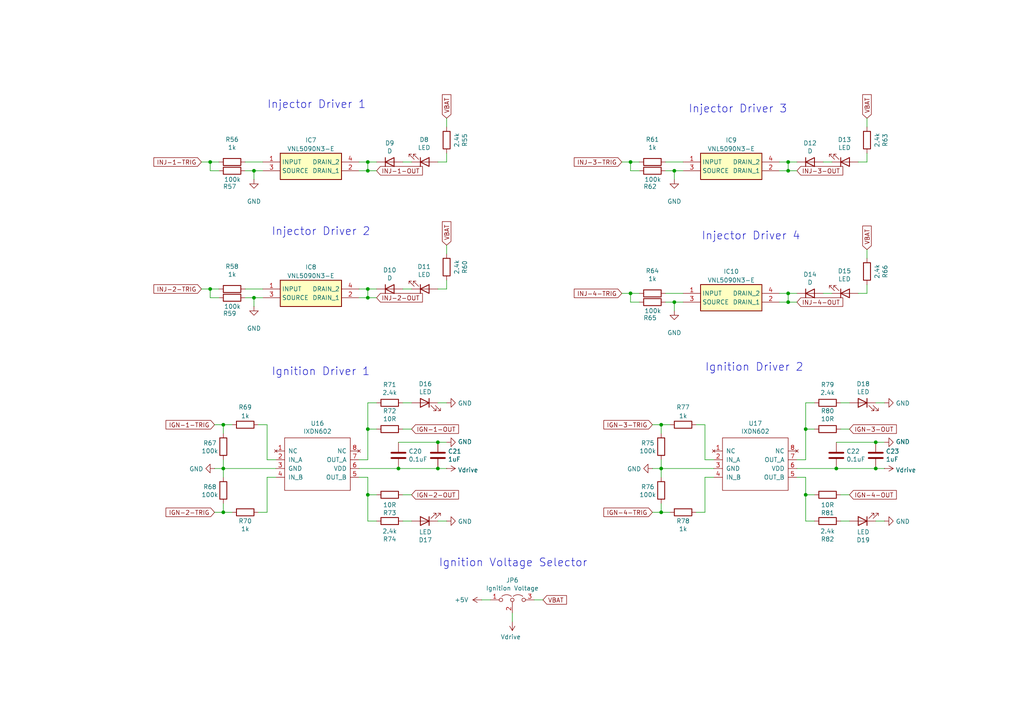
<source format=kicad_sch>
(kicad_sch (version 20250114) (generator "eeschema") (generator_version "9.0")
  (paper "A4")
  (title_block (title "0.4") (date "2021-03-27") (rev "4d") (company "Speeduino"))
  (lib_symbols
    (symbol "Device:C" (pin_numbers (hide yes)) (pin_names (offset 0.254))
      (property "Reference" "C" (at 0.635 2.54 0))
      (property "Value" "C" (at 0.635 -2.54 0))
      (symbol "C_0_1"
        (polyline (pts (xy -2.032 0.762) (xy 2.032 0.762)) (stroke (width 0.508)))
        (polyline (pts (xy -2.032 -0.762) (xy 2.032 -0.762)) (stroke (width 0.508)))
      )
      (symbol "C_1_1"
        (pin passive line (at 0 3.81 270) (length 2.794) (name "~") (number "1"))
        (pin passive line (at 0 -3.81 90) (length 2.794) (name "~") (number "2"))
      )
    )
    (symbol "Device:D" (pin_numbers (hide yes)) (pin_names (offset 1.016) (hide yes))
      (property "Reference" "D" (at 0 2.54 0))
      (property "Value" "D" (at 0 -2.54 0))
      (symbol "D_0_1"
        (polyline (pts (xy -1.27 1.27) (xy -1.27 -1.27)) (stroke (width 0.254)))
        (polyline (pts (xy 1.27 1.27) (xy 1.27 -1.27) (xy -1.27 0) (xy 1.27 1.27)) (stroke (width 0.254)))
        (polyline (pts (xy 1.27 0) (xy -1.27 0)))
      )
      (symbol "D_1_1"
        (pin passive line (at -3.81 0 0) (length 2.54) (name "K") (number "1"))
        (pin passive line (at 3.81 0 180) (length 2.54) (name "A") (number "2"))
      )
    )
    (symbol "Device:LED" (pin_numbers (hide yes)) (pin_names (offset 1.016) (hide yes))
      (property "Reference" "D" (at 0 2.54 0))
      (property "Value" "LED" (at 0 -2.54 0))
      (symbol "LED_0_1"
        (polyline (pts (xy -3.048 -0.762) (xy -4.572 -2.286) (xy -3.81 -2.286) (xy -4.572 -2.286) (xy -4.572 -1.524)))
        (polyline (pts (xy -1.778 -0.762) (xy -3.302 -2.286) (xy -2.54 -2.286) (xy -3.302 -2.286) (xy -3.302 -1.524)))
        (polyline (pts (xy -1.27 0) (xy 1.27 0)))
        (polyline (pts (xy -1.27 -1.27) (xy -1.27 1.27)) (stroke (width 0.254)))
        (polyline (pts (xy 1.27 -1.27) (xy 1.27 1.27) (xy -1.27 0) (xy 1.27 -1.27)) (stroke (width 0.254)))
      )
      (symbol "LED_1_1"
        (pin passive line (at -3.81 0 0) (length 2.54) (name "K") (number "1"))
        (pin passive line (at 3.81 0 180) (length 2.54) (name "A") (number "2"))
      )
    )
    (symbol "Device:R" (pin_numbers (hide yes)) (pin_names (offset 0))
      (property "Reference" "R" (at 2.032 0 90))
      (property "Value" "R" (at 0 0 90))
      (symbol "R_0_1"
        (rectangle (start -1.016 -2.54) (end 1.016 2.54) (stroke (width 0.254)))
      )
      (symbol "R_1_1"
        (pin passive line (at 0 3.81 270) (length 1.27) (name "~") (number "1"))
        (pin passive line (at 0 -3.81 90) (length 1.27) (name "~") (number "2"))
      )
    )
    (symbol "IC_Automotive:TC4424A" (pin_names (offset 1.016))
      (property "Reference" "U" (at -7.62 38.1 0))
      (property "Value" "TC4424A" (at -15.24 38.1 0))
      (symbol "TC4424A_0_1"
        (rectangle (start -25.4 36.83) (end -6.35 21.59))
      )
      (symbol "TC4424A_1_1"
        (pin no_connect line (at -27.94 33.02 0) (length 2.54) (name "NC") (number "1"))
        (pin input line (at -27.94 30.48 0) (length 2.54) (name "IN_A") (number "2"))
        (pin power_in line (at -27.94 27.94 0) (length 2.54) (name "GND") (number "3"))
        (pin input line (at -27.94 25.4 0) (length 2.54) (name "IN_B") (number "4"))
        (pin no_connect line (at -3.81 33.02 180) (length 2.54) (name "NC") (number "8"))
        (pin output line (at -3.81 30.48 180) (length 2.54) (name "OUT_A") (number "7"))
        (pin power_in line (at -3.81 27.94 180) (length 2.54) (name "VDD") (number "6"))
        (pin input line (at -3.81 25.4 180) (length 2.54) (name "OUT_B") (number "5"))
      )
    )
    (symbol "IC_Automotive:VNL5090N3-E"
      (property "Reference" "IC" (at 23.114 7.62 0))
      (property "Value" "VNL5090N3-E" (at 23.114 4.826 0))
      (symbol "VNL5090N3-E_1_1"
        (rectangle (start 5.08 2.54) (end 22.86 -5.08) (stroke (width 0.254)) (fill (type background)))
        (pin passive line (at 0 0 0) (length 5.08) (name "INPUT") (number "1"))
        (pin passive line (at 0 -2.54 0) (length 5.08) (name "SOURCE") (number "3"))
        (pin passive line (at 27.94 0 180) (length 5.08) (name "DRAIN_2") (number "4"))
        (pin passive line (at 27.94 -2.54 180) (length 5.08) (name "DRAIN_1") (number "2"))
      )
    )
    (symbol "Jumper:Jumper_3_Open" (pin_names (offset 0) (hide yes)) (exclude_from_sim yes) (in_bom no)
      (property "Reference" "JP" (at -2.54 -2.54 0))
      (property "Value" "Jumper_3_Open" (at 0 2.794 0))
      (symbol "Jumper_3_Open_0_0"
        (circle (center -3.302 0) (radius 0.508))
        (circle (center 0 0) (radius 0.508))
        (circle (center 3.302 0) (radius 0.508))
      )
      (symbol "Jumper_3_Open_0_1"
        (arc (start -3.048 1.016) (mid -1.651 1.4992) (end -0.254 1.016))
        (polyline (pts (xy 0 -0.508) (xy 0 -1.27)))
        (arc (start 0.254 1.016) (mid 1.651 1.4992) (end 3.048 1.016))
      )
      (symbol "Jumper_3_Open_1_1"
        (pin passive line (at -6.35 0 0) (length 2.54) (name "A") (number "1"))
        (pin passive line (at 0 -3.81 90) (length 2.54) (name "C") (number "2"))
        (pin passive line (at 6.35 0 180) (length 2.54) (name "B") (number "3"))
      )
    )
    (symbol "power:+5V" (power) (pin_numbers (hide yes)) (pin_names (offset 0) (hide yes))
      (property "Value" "+5V" (at 0 3.556 0))
      (symbol "+5V_0_1"
        (polyline (pts (xy -0.762 1.27) (xy 0 2.54)))
        (polyline (pts (xy 0 2.54) (xy 0.762 1.27)))
        (polyline (pts (xy 0 0) (xy 0 2.54)))
      )
      (symbol "+5V_1_1"
        (pin power_in line (at 0 0 90) (length 0) (name "~") (number "1"))
      )
    )
    (symbol "power:GND" (power) (pin_numbers (hide yes)) (pin_names (offset 0) (hide yes))
      (property "Value" "GND" (at 0 -3.81 0))
      (symbol "GND_0_1"
        (polyline (pts (xy 0 0) (xy 0 -1.27) (xy 1.27 -1.27) (xy 0 -2.54) (xy -1.27 -1.27) (xy 0 -1.27)))
      )
      (symbol "GND_1_1"
        (pin power_in line (at 0 0 270) (length 0) (name "~") (number "1"))
      )
    )
    (symbol "power:Vdrive" (power) (pin_numbers (hide yes)) (pin_names (offset 0) (hide yes))
      (property "Value" "Vdrive" (at 0 3.556 0))
      (symbol "Vdrive_0_1"
        (polyline (pts (xy -0.762 1.27) (xy 0 2.54)))
        (polyline (pts (xy 0 2.54) (xy 0.762 1.27)))
        (polyline (pts (xy 0 0) (xy 0 2.54)))
      )
      (symbol "Vdrive_1_1"
        (pin power_in line (at 0 0 90) (length 0) (name "~") (number "1"))
      )
    )
  )
  (text "Ignition Voltage Selector" (at 148.844 163.322 0) (effects (font (size 2.286 2.286))))
  (text "Injector Driver 4" (at 203.454 69.85 0) (effects (font (size 2.286 2.286)) (justify left bottom)))
  (text "Injector Driver 2" (at 78.74 68.58 0) (effects (font (size 2.286 2.286)) (justify left bottom)))
  (text "Ignition Driver 2" (at 204.47 107.95 0) (effects (font (size 2.286 2.286)) (justify left bottom)))
  (text "Injector Driver 1" (at 77.47 31.75 0) (effects (font (size 2.286 2.286)) (justify left bottom)))
  (text "Injector Driver 3" (at 199.644 33.02 0) (effects (font (size 2.286 2.286)) (justify left bottom)))
  (text "Ignition Driver 1" (at 78.74 109.22 0) (effects (font (size 2.286 2.286)) (justify left bottom)))
  (junction (at 73.66 49.53))
  (junction (at 64.77 135.89))
  (junction (at 73.66 86.36))
  (junction (at 233.68 124.46))
  (junction (at 106.68 124.46))
  (junction (at 233.68 143.51))
  (junction (at 254 135.89))
  (junction (at 228.6 49.53))
  (junction (at 228.6 46.99))
  (junction (at 115.57 135.89))
  (junction (at 106.68 46.99))
  (junction (at 60.96 46.99))
  (junction (at 182.88 46.99))
  (junction (at 242.57 135.89))
  (junction (at 191.77 123.19))
  (junction (at 64.77 123.19))
  (junction (at 106.68 49.53))
  (junction (at 254 128.27))
  (junction (at 106.68 143.51))
  (junction (at 106.68 83.82))
  (junction (at 127 135.89))
  (junction (at 60.96 83.82))
  (junction (at 127 128.27))
  (junction (at 228.6 87.63))
  (junction (at 195.58 87.63))
  (junction (at 228.6 85.09))
  (junction (at 106.68 86.36))
  (junction (at 182.88 85.09))
  (junction (at 64.77 148.59))
  (junction (at 195.58 49.53))
  (junction (at 191.77 148.59))
  (junction (at 191.77 135.89))
  (wire (pts (xy 204.47 138.43) (xy 204.47 148.59)))
  (wire (pts (xy 204.47 123.19) (xy 204.47 133.35)))
  (wire (pts (xy 77.47 138.43) (xy 80.01 138.43)))
  (wire (pts (xy 74.93 148.59) (xy 77.47 148.59)))
  (wire (pts (xy 73.66 86.36) (xy 73.66 88.9)))
  (wire (pts (xy 233.68 116.84) (xy 233.68 124.46)))
  (wire (pts (xy 64.77 135.89) (xy 62.23 135.89)))
  (wire (pts (xy 241.3 85.09) (xy 238.76 85.09)))
  (wire (pts (xy 116.84 124.46) (xy 119.38 124.46)))
  (wire (pts (xy 228.6 46.99) (xy 228.6 49.53)))
  (wire (pts (xy 226.06 87.63) (xy 228.6 87.63)))
  (wire (pts (xy 58.42 46.99) (xy 60.96 46.99)))
  (wire (pts (xy 64.77 148.59) (xy 67.31 148.59)))
  (wire (pts (xy 129.54 71.12) (xy 129.54 73.66)))
  (wire (pts (xy 180.34 85.09) (xy 182.88 85.09)))
  (wire (pts (xy 251.46 46.99) (xy 248.92 46.99)))
  (wire (pts (xy 254 128.27) (xy 242.57 128.27)))
  (wire (pts (xy 106.68 116.84) (xy 106.68 124.46)))
  (wire (pts (xy 73.66 49.53) (xy 73.66 52.07)))
  (wire (pts (xy 129.54 44.45) (xy 129.54 46.99)))
  (wire (pts (xy 80.01 135.89) (xy 64.77 135.89)))
  (wire (pts (xy 204.47 133.35) (xy 207.01 133.35)))
  (wire (pts (xy 119.38 46.99) (xy 116.84 46.99)))
  (wire (pts (xy 64.77 123.19) (xy 64.77 125.73)))
  (wire (pts (xy 148.59 180.34) (xy 148.59 177.8)))
  (wire (pts (xy 189.23 148.59) (xy 191.77 148.59)))
  (wire (pts (xy 191.77 135.89) (xy 189.23 135.89)))
  (wire (pts (xy 64.77 146.05) (xy 64.77 148.59)))
  (wire (pts (xy 71.12 46.99) (xy 76.2 46.99)))
  (wire (pts (xy 233.68 133.35) (xy 233.68 124.46)))
  (wire (pts (xy 241.3 46.99) (xy 238.76 46.99)))
  (wire (pts (xy 193.04 85.09) (xy 198.12 85.09)))
  (wire (pts (xy 251.46 34.29) (xy 251.46 36.83)))
  (wire (pts (xy 228.6 85.09) (xy 226.06 85.09)))
  (wire (pts (xy 201.93 148.59) (xy 204.47 148.59)))
  (wire (pts (xy 109.22 46.99) (xy 106.68 46.99)))
  (wire (pts (xy 74.93 123.19) (xy 77.47 123.19)))
  (wire (pts (xy 109.22 143.51) (xy 106.68 143.51)))
  (wire (pts (xy 64.77 123.19) (xy 67.31 123.19)))
  (wire (pts (xy 106.68 46.99) (xy 106.68 49.53)))
  (wire (pts (xy 106.68 138.43) (xy 106.68 143.51)))
  (wire (pts (xy 195.58 87.63) (xy 198.12 87.63)))
  (wire (pts (xy 116.84 143.51) (xy 119.38 143.51)))
  (wire (pts (xy 189.23 123.19) (xy 191.77 123.19)))
  (wire (pts (xy 228.6 46.99) (xy 226.06 46.99)))
  (wire (pts (xy 127 151.13) (xy 129.54 151.13)))
  (wire (pts (xy 104.14 86.36) (xy 106.68 86.36)))
  (wire (pts (xy 129.54 83.82) (xy 127 83.82)))
  (wire (pts (xy 204.47 123.19) (xy 201.93 123.19)))
  (wire (pts (xy 64.77 135.89) (xy 64.77 138.43)))
  (wire (pts (xy 182.88 85.09) (xy 182.88 87.63)))
  (wire (pts (xy 129.54 81.28) (xy 129.54 83.82)))
  (wire (pts (xy 127 128.27) (xy 115.57 128.27)))
  (wire (pts (xy 71.12 83.82) (xy 76.2 83.82)))
  (wire (pts (xy 246.38 151.13) (xy 243.84 151.13)))
  (wire (pts (xy 104.14 138.43) (xy 106.68 138.43)))
  (wire (pts (xy 63.5 49.53) (xy 60.96 49.53)))
  (wire (pts (xy 60.96 46.99) (xy 60.96 49.53)))
  (wire (pts (xy 191.77 133.35) (xy 191.77 135.89)))
  (wire (pts (xy 106.68 116.84) (xy 109.22 116.84)))
  (wire (pts (xy 193.04 49.53) (xy 195.58 49.53)))
  (wire (pts (xy 109.22 124.46) (xy 106.68 124.46)))
  (wire (pts (xy 251.46 72.39) (xy 251.46 74.93)))
  (wire (pts (xy 256.54 128.27) (xy 254 128.27)))
  (wire (pts (xy 58.42 83.82) (xy 60.96 83.82)))
  (wire (pts (xy 115.57 135.89) (xy 104.14 135.89)))
  (wire (pts (xy 233.68 151.13) (xy 233.68 143.51)))
  (wire (pts (xy 242.57 135.89) (xy 231.14 135.89)))
  (wire (pts (xy 243.84 116.84) (xy 246.38 116.84)))
  (wire (pts (xy 106.68 83.82) (xy 106.68 86.36)))
  (wire (pts (xy 254 135.89) (xy 242.57 135.89)))
  (wire (pts (xy 73.66 86.36) (xy 76.2 86.36)))
  (wire (pts (xy 60.96 83.82) (xy 60.96 86.36)))
  (wire (pts (xy 106.68 133.35) (xy 106.68 124.46)))
  (wire (pts (xy 236.22 151.13) (xy 233.68 151.13)))
  (wire (pts (xy 62.23 148.59) (xy 64.77 148.59)))
  (wire (pts (xy 226.06 49.53) (xy 228.6 49.53)))
  (wire (pts (xy 106.68 83.82) (xy 104.14 83.82)))
  (wire (pts (xy 254 116.84) (xy 256.54 116.84)))
  (wire (pts (xy 243.84 143.51) (xy 246.38 143.51)))
  (wire (pts (xy 106.68 46.99) (xy 104.14 46.99)))
  (wire (pts (xy 119.38 151.13) (xy 116.84 151.13)))
  (wire (pts (xy 231.14 138.43) (xy 233.68 138.43)))
  (wire (pts (xy 185.42 87.63) (xy 182.88 87.63)))
  (wire (pts (xy 191.77 148.59) (xy 194.31 148.59)))
  (wire (pts (xy 109.22 151.13) (xy 106.68 151.13)))
  (wire (pts (xy 195.58 49.53) (xy 195.58 52.07)))
  (wire (pts (xy 236.22 124.46) (xy 233.68 124.46)))
  (wire (pts (xy 129.54 46.99) (xy 127 46.99)))
  (wire (pts (xy 104.14 133.35) (xy 106.68 133.35)))
  (wire (pts (xy 71.12 49.53) (xy 73.66 49.53)))
  (wire (pts (xy 60.96 46.99) (xy 63.5 46.99)))
  (wire (pts (xy 142.24 173.99) (xy 139.7 173.99)))
  (wire (pts (xy 195.58 49.53) (xy 198.12 49.53)))
  (wire (pts (xy 129.54 135.89) (xy 127 135.89)))
  (wire (pts (xy 231.14 133.35) (xy 233.68 133.35)))
  (wire (pts (xy 182.88 85.09) (xy 185.42 85.09)))
  (wire (pts (xy 193.04 87.63) (xy 195.58 87.63)))
  (wire (pts (xy 256.54 135.89) (xy 254 135.89)))
  (wire (pts (xy 154.94 173.99) (xy 157.48 173.99)))
  (wire (pts (xy 182.88 46.99) (xy 185.42 46.99)))
  (wire (pts (xy 233.68 138.43) (xy 233.68 143.51)))
  (wire (pts (xy 231.14 87.63) (xy 228.6 87.63)))
  (wire (pts (xy 64.77 133.35) (xy 64.77 135.89)))
  (wire (pts (xy 129.54 128.27) (xy 127 128.27)))
  (wire (pts (xy 127 116.84) (xy 129.54 116.84)))
  (wire (pts (xy 116.84 116.84) (xy 119.38 116.84)))
  (wire (pts (xy 119.38 83.82) (xy 116.84 83.82)))
  (wire (pts (xy 231.14 85.09) (xy 228.6 85.09)))
  (wire (pts (xy 104.14 49.53) (xy 106.68 49.53)))
  (wire (pts (xy 204.47 138.43) (xy 207.01 138.43)))
  (wire (pts (xy 77.47 148.59) (xy 77.47 138.43)))
  (wire (pts (xy 73.66 49.53) (xy 76.2 49.53)))
  (wire (pts (xy 109.22 86.36) (xy 106.68 86.36)))
  (wire (pts (xy 195.58 87.63) (xy 195.58 90.17)))
  (wire (pts (xy 254 151.13) (xy 256.54 151.13)))
  (wire (pts (xy 77.47 133.35) (xy 80.01 133.35)))
  (wire (pts (xy 77.47 123.19) (xy 77.47 133.35)))
  (wire (pts (xy 129.54 34.29) (xy 129.54 36.83)))
  (wire (pts (xy 127 135.89) (xy 115.57 135.89)))
  (wire (pts (xy 63.5 86.36) (xy 60.96 86.36)))
  (wire (pts (xy 62.23 123.19) (xy 64.77 123.19)))
  (wire (pts (xy 193.04 46.99) (xy 198.12 46.99)))
  (wire (pts (xy 109.22 83.82) (xy 106.68 83.82)))
  (wire (pts (xy 251.46 85.09) (xy 248.92 85.09)))
  (wire (pts (xy 60.96 83.82) (xy 63.5 83.82)))
  (wire (pts (xy 71.12 86.36) (xy 73.66 86.36)))
  (wire (pts (xy 185.42 49.53) (xy 182.88 49.53)))
  (wire (pts (xy 207.01 135.89) (xy 191.77 135.89)))
  (wire (pts (xy 191.77 148.59) (xy 191.77 146.05)))
  (wire (pts (xy 106.68 151.13) (xy 106.68 143.51)))
  (wire (pts (xy 191.77 135.89) (xy 191.77 138.43)))
  (wire (pts (xy 109.22 49.53) (xy 106.68 49.53)))
  (wire (pts (xy 231.14 49.53) (xy 228.6 49.53)))
  (wire (pts (xy 191.77 123.19) (xy 194.31 123.19)))
  (wire (pts (xy 251.46 82.55) (xy 251.46 85.09)))
  (wire (pts (xy 180.34 46.99) (xy 182.88 46.99)))
  (wire (pts (xy 236.22 143.51) (xy 233.68 143.51)))
  (wire (pts (xy 231.14 46.99) (xy 228.6 46.99)))
  (wire (pts (xy 251.46 44.45) (xy 251.46 46.99)))
  (wire (pts (xy 233.68 116.84) (xy 236.22 116.84)))
  (wire (pts (xy 243.84 124.46) (xy 246.38 124.46)))
  (wire (pts (xy 182.88 46.99) (xy 182.88 49.53)))
  (wire (pts (xy 228.6 85.09) (xy 228.6 87.63)))
  (wire (pts (xy 191.77 125.73) (xy 191.77 123.19)))
  (global_label "IGN-2-OUT" (shape input) (at 119.38 143.51 0) (property "Intersheetrefs" "${INTERSHEET_REFS}" (effects (hide yes))))
  (global_label "INJ-2-TRIG" (shape input) (at 58.42 83.82 180) (property "Intersheetrefs" "${INTERSHEET_REFS}" (effects (hide yes))))
  (global_label "VBAT" (shape input) (at 129.54 71.12 90) (property "Intersheetrefs" "${INTERSHEET_REFS}" (effects (hide yes))))
  (global_label "VBAT" (shape input) (at 251.46 34.29 90) (property "Intersheetrefs" "${INTERSHEET_REFS}" (effects (hide yes))))
  (global_label "IGN-2-TRIG" (shape input) (at 62.23 148.59 180) (property "Intersheetrefs" "${INTERSHEET_REFS}" (effects (hide yes))))
  (global_label "IGN-3-OUT" (shape input) (at 246.38 124.46 0) (property "Intersheetrefs" "${INTERSHEET_REFS}" (effects (hide yes))))
  (global_label "IGN-1-OUT" (shape input) (at 119.38 124.46 0) (property "Intersheetrefs" "${INTERSHEET_REFS}" (effects (hide yes))))
  (global_label "INJ-3-OUT" (shape input) (at 231.14 49.53 0) (property "Intersheetrefs" "${INTERSHEET_REFS}" (effects (hide yes))))
  (global_label "INJ-2-OUT" (shape input) (at 109.22 86.36 0) (property "Intersheetrefs" "${INTERSHEET_REFS}" (effects (hide yes))))
  (global_label "INJ-3-TRIG" (shape input) (at 180.34 46.99 180) (property "Intersheetrefs" "${INTERSHEET_REFS}" (effects (hide yes))))
  (global_label "IGN-4-TRIG" (shape input) (at 189.23 148.59 180) (property "Intersheetrefs" "${INTERSHEET_REFS}" (effects (hide yes))))
  (global_label "INJ-4-TRIG" (shape input) (at 180.34 85.09 180) (property "Intersheetrefs" "${INTERSHEET_REFS}" (effects (hide yes))))
  (global_label "VBAT" (shape input) (at 251.46 72.39 90) (property "Intersheetrefs" "${INTERSHEET_REFS}" (effects (hide yes))))
  (global_label "INJ-1-OUT" (shape input) (at 109.22 49.53 0) (property "Intersheetrefs" "${INTERSHEET_REFS}" (effects (hide yes))))
  (global_label "VBAT" (shape input) (at 157.48 173.99 0) (property "Intersheetrefs" "${INTERSHEET_REFS}" (effects (hide yes))))
  (global_label "IGN-1-TRIG" (shape input) (at 62.23 123.19 180) (property "Intersheetrefs" "${INTERSHEET_REFS}" (effects (hide yes))))
  (global_label "INJ-1-TRIG" (shape input) (at 58.42 46.99 180) (property "Intersheetrefs" "${INTERSHEET_REFS}" (effects (hide yes))))
  (global_label "IGN-3-TRIG" (shape input) (at 189.23 123.19 180) (property "Intersheetrefs" "${INTERSHEET_REFS}" (effects (hide yes))))
  (global_label "INJ-4-OUT" (shape input) (at 231.14 87.63 0) (property "Intersheetrefs" "${INTERSHEET_REFS}" (effects (hide yes))))
  (global_label "VBAT" (shape input) (at 129.54 34.29 90) (property "Intersheetrefs" "${INTERSHEET_REFS}" (effects (hide yes))))
  (global_label "IGN-4-OUT" (shape input) (at 246.38 143.51 0) (property "Intersheetrefs" "${INTERSHEET_REFS}" (effects (hide yes))))
  (symbol (lib_id "Device:R") (at 67.31 46.99 270) (unit 1)
    (property "Reference" "R56" (at 67.31 40.4622 90))
    (property "Value" "1k" (at 67.31 42.7736 90))
    (property "Footprint" "Resistor_SMD:R_0805_2012Metric" (effects (hide yes)))
    (property "Digikey Part Number" "311-1.00KCRCT-ND" (effects (hide yes)))
    (property "Manufacturer_Name" "Yageo" (effects (hide yes)))
    (property "Manufacturer_Part_Number" "RC0805FR-071KL" (effects (hide yes)))
    (property "URL" "https://www.digikey.com/product-detail/en/yageo/RC0805FR-071KL/311-1.00KCRCT-ND/730391" (effects (hide yes)))
  )
  (symbol (lib_id "Device:R") (at 129.54 40.64 0) (mirror y) (unit 1)
    (property "Reference" "R55" (at 134.7978 40.64 90))
    (property "Value" "2.4k" (at 132.4864 40.64 90))
    (property "Footprint" "Resistor_SMD:R_0805_2012Metric" (effects (hide yes)))
    (property "Digikey Part Number" "311-2.40KCRCT-ND" (effects (hide yes)))
    (property "Manufacturer_Name" "Yageo" (effects (hide yes)))
    (property "Manufacturer_Part_Number" "RC0805FR-072K4L" (effects (hide yes)))
    (property "URL" "https://www.digikey.com/product-detail/en/yageo/RC0805FR-072K4L/311-2.40KCRCT-ND/730637" (effects (hide yes)))
  )
  (symbol (lib_id "Device:LED") (at 123.19 46.99 0) (mirror x) (unit 1)
    (property "Reference" "D8" (at 123.0122 40.513 0))
    (property "Value" "LED" (at 123.0122 42.8244 0))
    (property "Footprint" "LED_SMD:LED_0805_2012Metric" (effects (hide yes)))
    (property "Digikey Part Number" "475-1415-1-ND" (effects (hide yes)))
    (property "Manufacturer_Name" "Osram" (effects (hide yes)))
    (property "Manufacturer_Part_Number" "LH R974-LP-1" (effects (hide yes)))
    (property "URL" "https://www.digikey.com/product-detail/en/osram-opto-semiconductors-inc/LH-R974-LP-1/475-1415-1-ND/1802604" (effects (hide yes)))
  )
  (symbol (lib_id "IC_Automotive:TC4424A") (at 107.95 163.83 0) (unit 1)
    (property "Reference" "U16" (at 92.075 122.809 0))
    (property "Value" "IXDN602" (at 92.075 125.1204 0))
    (property "Footprint" "Package_SO:SOIC-8_3.9x4.9mm_P1.27mm" (effects (hide yes)))
    (property "Digikey Part Number" "212-IXDN602SIACT-ND" (effects (hide yes)))
    (property "Manufacturer_Name" "IXYS" (effects (hide yes)))
    (property "Manufacturer_Part_Number" "IXDN602SIATR" (effects (hide yes)))
    (property "URL" "https://www.digikey.com/en/products/detail/ixys-integrated-circuits-division/IXDN602SIATR/2424695" (effects (hide yes)))
  )
  (symbol (lib_id "Device:R") (at 71.12 123.19 270) (unit 1)
    (property "Reference" "R69" (at 71.12 118.11 90))
    (property "Value" "1k" (at 71.12 120.65 90))
    (property "Footprint" "Resistor_SMD:R_0805_2012Metric" (effects (hide yes)))
    (property "Digikey Part Number" "311-1.00KCRCT-ND" (effects (hide yes)))
    (property "Manufacturer_Name" "Yageo" (effects (hide yes)))
    (property "Manufacturer_Part_Number" "RC0805FR-071KL" (effects (hide yes)))
    (property "URL" "https://www.digikey.com/product-detail/en/yageo/RC0805FR-071KL/311-1.00KCRCT-ND/730391" (effects (hide yes)))
  )
  (symbol (lib_id "Device:R") (at 71.12 148.59 270) (unit 1)
    (property "Reference" "R70" (at 71.12 151.13 90))
    (property "Value" "1k" (at 71.12 153.416 90))
    (property "Footprint" "Resistor_SMD:R_0805_2012Metric" (effects (hide yes)))
    (property "Digikey Part Number" "311-1.00KCRCT-ND" (effects (hide yes)))
    (property "Manufacturer_Name" "Yageo" (effects (hide yes)))
    (property "Manufacturer_Part_Number" "RC0805FR-071KL" (effects (hide yes)))
    (property "URL" "https://www.digikey.com/product-detail/en/yageo/RC0805FR-071KL/311-1.00KCRCT-ND/730391" (effects (hide yes)))
  )
  (symbol (lib_id "Device:R") (at 64.77 129.54 180) (unit 1)
    (property "Reference" "R67" (at 58.928 128.524 0) (effects (justify right)))
    (property "Value" "100k" (at 58.42 130.81 0) (effects (justify right)))
    (property "Footprint" "Resistor_SMD:R_0805_2012Metric" (effects (hide yes)))
    (property "Digikey Part Number" "311-100KCRCT-ND" (effects (hide yes)))
    (property "Manufacturer_Name" "Yageo" (effects (hide yes)))
    (property "Manufacturer_Part_Number" "RC0805FR-07100KL" (effects (hide yes)))
    (property "URL" "https://www.digikey.com/product-detail/en/yageo/RC0805FR-07100KL/311-100KCRCT-ND/730491" (effects (hide yes)))
  )
  (symbol (lib_id "Device:R") (at 64.77 142.24 180) (unit 1)
    (property "Reference" "R68" (at 58.928 141.224 0) (effects (justify right)))
    (property "Value" "100k" (at 58.42 143.51 0) (effects (justify right)))
    (property "Footprint" "Resistor_SMD:R_0805_2012Metric" (effects (hide yes)))
    (property "Digikey Part Number" "311-100KCRCT-ND" (effects (hide yes)))
    (property "Manufacturer_Name" "Yageo" (effects (hide yes)))
    (property "Manufacturer_Part_Number" "RC0805FR-07100KL" (effects (hide yes)))
    (property "URL" "https://www.digikey.com/product-detail/en/yageo/RC0805FR-07100KL/311-100KCRCT-ND/730491" (effects (hide yes)))
  )
  (symbol (lib_id "power:GND") (at 62.23 135.89 270) (unit 1)
    (property "Reference" "#PWR0178" (effects (hide yes)))
    (property "Value" "GND" (at 58.9788 136.017 90) (effects (justify right)))
  )
  (symbol (lib_id "Device:LED") (at 123.19 116.84 0) (mirror y) (unit 1)
    (property "Reference" "D16" (at 123.3678 111.3536 0))
    (property "Value" "LED" (at 123.3678 113.665 0))
    (property "Footprint" "LED_SMD:LED_0805_2012Metric" (effects (hide yes)))
    (property "Digikey Part Number" "475-1415-1-ND" (effects (hide yes)))
    (property "Manufacturer_Name" "Osram" (effects (hide yes)))
    (property "Manufacturer_Part_Number" "LH R974-LP-1" (effects (hide yes)))
    (property "URL" "https://www.digikey.com/product-detail/en/osram-opto-semiconductors-inc/LH-R974-LP-1/475-1415-1-ND/1802604" (effects (hide yes)))
  )
  (symbol (lib_id "power:GND") (at 129.54 116.84 90) (mirror x) (unit 1)
    (property "Reference" "#PWR0183" (effects (hide yes)))
    (property "Value" "GND" (at 132.7912 116.967 90) (effects (justify right)))
  )
  (symbol (lib_id "Device:R") (at 113.03 116.84 270) (unit 1)
    (property "Reference" "R71" (at 113.03 111.5822 90))
    (property "Value" "2.4k" (at 113.03 113.8936 90))
    (property "Footprint" "Resistor_SMD:R_0805_2012Metric" (effects (hide yes)))
    (property "Digikey Part Number" "311-2.40KCRCT-ND" (effects (hide yes)))
    (property "Manufacturer_Name" "Yageo" (effects (hide yes)))
    (property "Manufacturer_Part_Number" "RC0805FR-072K4L" (effects (hide yes)))
    (property "URL" "https://www.digikey.com/product-detail/en/yageo/RC0805FR-072K4L/311-2.40KCRCT-ND/730637" (effects (hide yes)))
  )
  (symbol (lib_id "Device:LED") (at 123.19 151.13 180) (unit 1)
    (property "Reference" "D17" (at 123.3678 156.6164 0))
    (property "Value" "LED" (at 123.3678 154.305 0))
    (property "Footprint" "LED_SMD:LED_0805_2012Metric" (effects (hide yes)))
    (property "Digikey Part Number" "475-1415-1-ND" (effects (hide yes)))
    (property "Manufacturer_Name" "Osram" (effects (hide yes)))
    (property "Manufacturer_Part_Number" "LH R974-LP-1" (effects (hide yes)))
    (property "URL" "https://www.digikey.com/product-detail/en/osram-opto-semiconductors-inc/LH-R974-LP-1/475-1415-1-ND/1802604" (effects (hide yes)))
  )
  (symbol (lib_id "power:GND") (at 129.54 151.13 90) (mirror x) (unit 1)
    (property "Reference" "#PWR0184" (effects (hide yes)))
    (property "Value" "GND" (at 132.7912 151.257 90) (effects (justify right)))
  )
  (symbol (lib_id "Device:R") (at 113.03 151.13 270) (mirror x) (unit 1)
    (property "Reference" "R74" (at 113.03 156.3878 90))
    (property "Value" "2.4k" (at 113.03 154.0764 90))
    (property "Footprint" "Resistor_SMD:R_0805_2012Metric" (effects (hide yes)))
    (property "Digikey Part Number" "311-2.40KCRCT-ND" (effects (hide yes)))
    (property "Manufacturer_Name" "Yageo" (effects (hide yes)))
    (property "Manufacturer_Part_Number" "RC0805FR-072K4L" (effects (hide yes)))
    (property "URL" "https://www.digikey.com/product-detail/en/yageo/RC0805FR-072K4L/311-2.40KCRCT-ND/730637" (effects (hide yes)))
  )
  (symbol (lib_id "Device:D") (at 113.03 46.99 0) (mirror x) (unit 1)
    (property "Reference" "D9" (at 113.03 41.5036 0))
    (property "Value" "D" (at 113.03 43.815 0))
    (property "Footprint" "Diode_SMD:D_SOD-323" (effects (hide yes)))
    (property "Digikey Part Number" "1N4448WXTPMSCT-ND" (effects (hide yes)))
    (property "Manufacturer_Name" "MCC" (effects (hide yes)))
    (property "Manufacturer_Part_Number" "1N4448WX-TP" (effects (hide yes)))
    (property "URL" "https://www.digikey.com/product-detail/en/micro-commercial-co/1N4448WX-TP/1N4448WXTPMSCT-ND/789338" (effects (hide yes)))
  )
  (symbol (lib_id "Jumper:Jumper_3_Open") (at 148.59 173.99 0) (unit 1)
    (property "Reference" "JP6" (at 148.59 168.3004 0))
    (property "Value" "Ignition Voltage" (at 148.59 170.6118 0))
    (property "Footprint" "Jumper:SolderJumper-3_P1.3mm_Open_RoundedPad1.0x1.5mm" (effects (hide yes)))
    (property "Digikey Part Number" "952-2263-ND " (effects (hide yes)))
    (property "Manufacturer_Name" "Harwin Inc" (effects (hide yes)))
    (property "Manufacturer_Part_Number" "M20-9990345" (effects (hide yes)))
    (property "URL" "https://www.digikey.com.au/products/en?keywords=M20-9990345" (effects (hide yes)))
  )
  (symbol (lib_id "power:Vdrive") (at 148.59 180.34 180) (unit 1)
    (property "Reference" "#PWR0179" (effects (hide yes)))
    (property "Value" "Vdrive" (at 148.1328 184.7342 0))
  )
  (symbol (lib_id "power:Vdrive") (at 129.54 135.89 270) (unit 1)
    (property "Reference" "#PWR0182" (effects (hide yes)))
    (property "Value" "Vdrive" (at 132.7912 136.3218 90) (effects (justify left)))
  )
  (symbol (lib_id "Device:C") (at 115.57 132.08 0) (unit 1)
    (property "Reference" "C20" (at 118.491 130.9116 0) (effects (justify left)))
    (property "Value" "0.1uF" (at 118.491 133.223 0) (effects (justify left)))
    (property "Footprint" "Capacitor_SMD:C_0805_2012Metric" (effects (hide yes)))
    (property "Digikey Part Number" "311-1140-1-ND" (effects (hide yes)))
    (property "Manufacturer_Name" "Yageo" (effects (hide yes)))
    (property "Manufacturer_Part_Number" "CC0805KRX7R9BB104" (effects (hide yes)))
    (property "URL" "https://www.digikey.com.au/product-detail/en/yageo/CC0805KRX7R9BB104/311-1140-1-ND/303050" (effects (hide yes)))
  )
  (symbol (lib_id "Device:C") (at 127 132.08 0) (unit 1)
    (property "Reference" "C21" (at 129.921 130.9116 0) (effects (justify left)))
    (property "Value" "1uF" (at 129.921 133.223 0) (effects (justify left)))
    (property "Footprint" "Capacitor_SMD:C_0805_2012Metric" (effects (hide yes)))
    (property "Digikey Part Number" "311-1365-1-ND" (effects (hide yes)))
    (property "Manufacturer_Name" "Yageo" (effects (hide yes)))
    (property "Manufacturer_Part_Number" "CC0805KKX7R7BB105" (effects (hide yes)))
    (property "URL" "https://www.digikey.com/product-detail/en/yageo/CC0805KKX7R7BB105/311-1365-1-ND/2103149" (effects (hide yes)))
  )
  (symbol (lib_id "power:GND") (at 129.54 128.27 90) (unit 1)
    (property "Reference" "#PWR0181" (effects (hide yes)))
    (property "Value" "GND" (at 132.7912 128.143 90) (effects (justify right)))
  )
  (symbol (lib_id "Device:R") (at 113.03 124.46 270) (unit 1)
    (property "Reference" "R72" (at 113.03 119.2022 90))
    (property "Value" "10R" (at 113.03 121.5136 90))
    (property "Footprint" "Resistor_SMD:R_1206_3216Metric" (effects (hide yes)))
    (property "Digikey Part Number" "311-10.0FRCT-ND" (effects (hide yes)))
    (property "Manufacturer_Name" "Yageo" (effects (hide yes)))
    (property "Manufacturer_Part_Number" "RC1206FR-0710RL" (effects (hide yes)))
    (property "URL" "https://www.digikey.com/en/products/detail/yageo/RC1206FR-0710RL/728482" (effects (hide yes)))
  )
  (symbol (lib_id "Device:R") (at 113.03 143.51 270) (mirror x) (unit 1)
    (property "Reference" "R73" (at 113.03 148.7678 90))
    (property "Value" "10R" (at 113.03 146.4564 90))
    (property "Footprint" "Resistor_SMD:R_1206_3216Metric" (effects (hide yes)))
    (property "Digikey Part Number" "311-10.0FRCT-ND" (effects (hide yes)))
    (property "Manufacturer_Name" "Yageo" (effects (hide yes)))
    (property "Manufacturer_Part_Number" "RC1206FR-0710RL" (effects (hide yes)))
    (property "URL" "https://www.digikey.com/en/products/detail/yageo/RC1206FR-0710RL/728482" (effects (hide yes)))
  )
  (symbol (lib_id "power:GND") (at 189.23 135.89 270) (unit 1)
    (property "Reference" "#PWR0191" (effects (hide yes)))
    (property "Value" "GND" (at 185.9788 136.017 90) (effects (justify right)))
  )
  (symbol (lib_id "Device:R") (at 240.03 143.51 270) (mirror x) (unit 1)
    (property "Reference" "R81" (at 240.03 148.7678 90))
    (property "Value" "10R" (at 240.03 146.4564 90))
    (property "Footprint" "Resistor_SMD:R_1206_3216Metric" (effects (hide yes)))
    (property "Digikey Part Number" "311-10.0FRCT-ND" (effects (hide yes)))
    (property "Manufacturer_Name" "Yageo" (effects (hide yes)))
    (property "Manufacturer_Part_Number" "RC1206FR-0710RL" (effects (hide yes)))
    (property "URL" "https://www.digikey.com/en/products/detail/yageo/RC1206FR-0710RL/728482" (effects (hide yes)))
  )
  (symbol (lib_id "Device:R") (at 251.46 40.64 0) (mirror y) (unit 1)
    (property "Reference" "R63" (at 256.7178 40.64 90))
    (property "Value" "2.4k" (at 254.4064 40.64 90))
    (property "Footprint" "Resistor_SMD:R_0805_2012Metric" (effects (hide yes)))
    (property "Digikey Part Number" "311-2.40KCRCT-ND" (effects (hide yes)))
    (property "Manufacturer_Name" "Yageo" (effects (hide yes)))
    (property "Manufacturer_Part_Number" "RC0805FR-072K4L" (effects (hide yes)))
    (property "URL" "https://www.digikey.com/product-detail/en/yageo/RC0805FR-072K4L/311-2.40KCRCT-ND/730637" (effects (hide yes)))
  )
  (symbol (lib_id "IC_Automotive:VNL5090N3-E") (at 76.2 46.99 0) (unit 1)
    (property "Reference" "IC7" (at 90.17 40.64 0))
    (property "Value" "VNL5090N3-E" (at 90.17 43.18 0))
    (property "Footprint" "SOT230P700X180-4N" (effects (hide yes)))
    (property "Datasheet" "https://www.st.com/en/automotive-analog-and-power/vnl5090n3-e.html" (effects (hide yes)))
    (property "Description" "DSE" (effects (hide yes)))
    (property "Height" "1.8" (effects (hide yes)))
    (property "Manufacturer_Name" "STMicroelectronics" (effects (hide yes)))
    (property "Manufacturer_Part_Number" "VNL5090N3-E" (effects (hide yes)))
  )
  (symbol (lib_id "Device:D") (at 234.95 85.09 0) (mirror x) (unit 1)
    (property "Reference" "D14" (at 234.95 79.6036 0))
    (property "Value" "D" (at 234.95 81.915 0))
    (property "Footprint" "Diode_SMD:D_SOD-323" (effects (hide yes)))
    (property "Digikey Part Number" "1N4448WXTPMSCT-ND" (effects (hide yes)))
    (property "Manufacturer_Name" "MCC" (effects (hide yes)))
    (property "Manufacturer_Part_Number" "1N4448WX-TP" (effects (hide yes)))
    (property "URL" "https://www.digikey.com/product-detail/en/micro-commercial-co/1N4448WX-TP/1N4448WXTPMSCT-ND/789338" (effects (hide yes)))
  )
  (symbol (lib_id "Device:R") (at 189.23 46.99 270) (unit 1)
    (property "Reference" "R61" (at 189.23 40.4622 90))
    (property "Value" "1k" (at 189.23 42.7736 90))
    (property "Footprint" "Resistor_SMD:R_0805_2012Metric" (effects (hide yes)))
    (property "Digikey Part Number" "311-1.00KCRCT-ND" (effects (hide yes)))
    (property "Manufacturer_Name" "Yageo" (effects (hide yes)))
    (property "Manufacturer_Part_Number" "RC0805FR-071KL" (effects (hide yes)))
    (property "URL" "https://www.digikey.com/product-detail/en/yageo/RC0805FR-071KL/311-1.00KCRCT-ND/730391" (effects (hide yes)))
  )
  (symbol (lib_id "Device:R") (at 129.54 77.47 0) (mirror y) (unit 1)
    (property "Reference" "R60" (at 134.7978 77.47 90))
    (property "Value" "2.4k" (at 132.4864 77.47 90))
    (property "Footprint" "Resistor_SMD:R_0805_2012Metric" (effects (hide yes)))
    (property "Digikey Part Number" "311-2.40KCRCT-ND" (effects (hide yes)))
    (property "Manufacturer_Name" "Yageo" (effects (hide yes)))
    (property "Manufacturer_Part_Number" "RC0805FR-072K4L" (effects (hide yes)))
    (property "URL" "https://www.digikey.com/product-detail/en/yageo/RC0805FR-072K4L/311-2.40KCRCT-ND/730637" (effects (hide yes)))
  )
  (symbol (lib_id "Device:C") (at 254 132.08 0) (unit 1)
    (property "Reference" "C23" (at 256.921 130.9116 0) (effects (justify left)))
    (property "Value" "1uF" (at 256.921 133.223 0) (effects (justify left)))
    (property "Footprint" "Capacitor_SMD:C_0805_2012Metric" (effects (hide yes)))
    (property "Digikey Part Number" "311-1365-1-ND" (effects (hide yes)))
    (property "Manufacturer_Name" "Yageo" (effects (hide yes)))
    (property "Manufacturer_Part_Number" "CC0805KKX7R7BB105" (effects (hide yes)))
    (property "URL" "https://www.digikey.com/product-detail/en/yageo/CC0805KKX7R7BB105/311-1365-1-ND/2103149" (effects (hide yes)))
  )
  (symbol (lib_id "Device:D") (at 234.95 46.99 0) (mirror x) (unit 1)
    (property "Reference" "D12" (at 234.95 41.5036 0))
    (property "Value" "D" (at 234.95 43.815 0))
    (property "Footprint" "Diode_SMD:D_SOD-323" (effects (hide yes)))
    (property "Digikey Part Number" "1N4448WXTPMSCT-ND" (effects (hide yes)))
    (property "Manufacturer_Name" "MCC" (effects (hide yes)))
    (property "Manufacturer_Part_Number" "1N4448WX-TP" (effects (hide yes)))
    (property "URL" "https://www.digikey.com/product-detail/en/micro-commercial-co/1N4448WX-TP/1N4448WXTPMSCT-ND/789338" (effects (hide yes)))
  )
  (symbol (lib_id "Device:R") (at 189.23 87.63 270) (mirror x) (unit 1)
    (property "Reference" "R65" (at 190.5 92.202 90) (effects (justify right)))
    (property "Value" "100k" (at 191.77 90.17 90) (effects (justify right)))
    (property "Footprint" "Resistor_SMD:R_0805_2012Metric" (effects (hide yes)))
    (property "Digikey Part Number" "311-100KCRCT-ND" (effects (hide yes)))
    (property "Manufacturer_Name" "Yageo" (effects (hide yes)))
    (property "Manufacturer_Part_Number" "RC0805FR-07100KL" (effects (hide yes)))
    (property "URL" "https://www.digikey.com/product-detail/en/yageo/RC0805FR-07100KL/311-100KCRCT-ND/730491" (effects (hide yes)))
  )
  (symbol (lib_id "Device:R") (at 251.46 78.74 0) (mirror y) (unit 1)
    (property "Reference" "R66" (at 256.7178 78.74 90))
    (property "Value" "2.4k" (at 254.4064 78.74 90))
    (property "Footprint" "Resistor_SMD:R_0805_2012Metric" (effects (hide yes)))
    (property "Digikey Part Number" "311-2.40KCRCT-ND" (effects (hide yes)))
    (property "Manufacturer_Name" "Yageo" (effects (hide yes)))
    (property "Manufacturer_Part_Number" "RC0805FR-072K4L" (effects (hide yes)))
    (property "URL" "https://www.digikey.com/product-detail/en/yageo/RC0805FR-072K4L/311-2.40KCRCT-ND/730637" (effects (hide yes)))
  )
  (symbol (lib_id "Device:R") (at 240.03 116.84 270) (unit 1)
    (property "Reference" "R79" (at 240.03 111.5822 90))
    (property "Value" "2.4k" (at 240.03 113.8936 90))
    (property "Footprint" "Resistor_SMD:R_0805_2012Metric" (effects (hide yes)))
    (property "Digikey Part Number" "311-2.40KCRCT-ND" (effects (hide yes)))
    (property "Manufacturer_Name" "Yageo" (effects (hide yes)))
    (property "Manufacturer_Part_Number" "RC0805FR-072K4L" (effects (hide yes)))
    (property "URL" "https://www.digikey.com/product-detail/en/yageo/RC0805FR-072K4L/311-2.40KCRCT-ND/730637" (effects (hide yes)))
  )
  (symbol (lib_id "Device:C") (at 242.57 132.08 0) (unit 1)
    (property "Reference" "C22" (at 245.491 130.9116 0) (effects (justify left)))
    (property "Value" "0.1uF" (at 245.491 133.223 0) (effects (justify left)))
    (property "Footprint" "Capacitor_SMD:C_0805_2012Metric" (effects (hide yes)))
    (property "Digikey Part Number" "311-1140-1-ND" (effects (hide yes)))
    (property "Manufacturer_Name" "Yageo" (effects (hide yes)))
    (property "Manufacturer_Part_Number" "CC0805KRX7R9BB104" (effects (hide yes)))
    (property "URL" "https://www.digikey.com.au/product-detail/en/yageo/CC0805KRX7R9BB104/311-1140-1-ND/303050" (effects (hide yes)))
  )
  (symbol (lib_id "IC_Automotive:VNL5090N3-E") (at 198.12 46.99 0) (unit 1)
    (property "Reference" "IC9" (at 212.09 40.64 0))
    (property "Value" "VNL5090N3-E" (at 212.09 43.18 0))
    (property "Footprint" "SOT230P700X180-4N" (effects (hide yes)))
    (property "Datasheet" "https://www.st.com/en/automotive-analog-and-power/vnl5090n3-e.html" (effects (hide yes)))
    (property "Description" "DSE" (effects (hide yes)))
    (property "Height" "1.8" (effects (hide yes)))
    (property "Manufacturer_Name" "STMicroelectronics" (effects (hide yes)))
    (property "Manufacturer_Part_Number" "VNL5090N3-E" (effects (hide yes)))
  )
  (symbol (lib_id "Device:R") (at 189.23 85.09 270) (unit 1)
    (property "Reference" "R64" (at 189.23 78.5622 90))
    (property "Value" "1k" (at 189.23 80.8736 90))
    (property "Footprint" "Resistor_SMD:R_0805_2012Metric" (effects (hide yes)))
    (property "Digikey Part Number" "311-1.00KCRCT-ND" (effects (hide yes)))
    (property "Manufacturer_Name" "Yageo" (effects (hide yes)))
    (property "Manufacturer_Part_Number" "RC0805FR-071KL" (effects (hide yes)))
    (property "URL" "https://www.digikey.com/product-detail/en/yageo/RC0805FR-071KL/311-1.00KCRCT-ND/730391" (effects (hide yes)))
  )
  (symbol (lib_id "power:GND") (at 73.66 52.07 0) (unit 1)
    (property "Reference" "#PWR036" (effects (hide yes)))
    (property "Value" "GND" (at 73.66 58.42 0))
    (property "Description" "Power symbol creates a global label with name \"GND\" , ground" (effects (hide yes)))
  )
  (symbol (lib_id "Device:LED") (at 250.19 151.13 180) (unit 1)
    (property "Reference" "D19" (at 250.3678 156.6164 0))
    (property "Value" "LED" (at 250.3678 154.305 0))
    (property "Footprint" "LED_SMD:LED_0805_2012Metric" (effects (hide yes)))
    (property "Digikey Part Number" "475-1415-1-ND" (effects (hide yes)))
    (property "Manufacturer_Name" "Osram" (effects (hide yes)))
    (property "Manufacturer_Part_Number" "LH R974-LP-1" (effects (hide yes)))
    (property "URL" "https://www.digikey.com/product-detail/en/osram-opto-semiconductors-inc/LH-R974-LP-1/475-1415-1-ND/1802604" (effects (hide yes)))
  )
  (symbol (lib_id "Device:LED") (at 245.11 46.99 0) (mirror x) (unit 1)
    (property "Reference" "D13" (at 244.9322 40.513 0))
    (property "Value" "LED" (at 244.9322 42.8244 0))
    (property "Footprint" "LED_SMD:LED_0805_2012Metric" (effects (hide yes)))
    (property "Digikey Part Number" "475-1415-1-ND" (effects (hide yes)))
    (property "Manufacturer_Name" "Osram" (effects (hide yes)))
    (property "Manufacturer_Part_Number" "LH R974-LP-1" (effects (hide yes)))
    (property "URL" "https://www.digikey.com/product-detail/en/osram-opto-semiconductors-inc/LH-R974-LP-1/475-1415-1-ND/1802604" (effects (hide yes)))
  )
  (symbol (lib_id "Device:R") (at 191.77 142.24 180) (unit 1)
    (property "Reference" "R76" (at 185.928 141.224 0) (effects (justify right)))
    (property "Value" "100k" (at 185.42 143.51 0) (effects (justify right)))
    (property "Footprint" "Resistor_SMD:R_0805_2012Metric" (effects (hide yes)))
    (property "Digikey Part Number" "311-100KCRCT-ND" (effects (hide yes)))
    (property "Manufacturer_Name" "Yageo" (effects (hide yes)))
    (property "Manufacturer_Part_Number" "RC0805FR-07100KL" (effects (hide yes)))
    (property "URL" "https://www.digikey.com/product-detail/en/yageo/RC0805FR-07100KL/311-100KCRCT-ND/730491" (effects (hide yes)))
  )
  (symbol (lib_id "IC_Automotive:VNL5090N3-E") (at 76.2 83.82 0) (unit 1)
    (property "Reference" "IC8" (at 90.17 77.47 0))
    (property "Value" "VNL5090N3-E" (at 90.17 80.01 0))
    (property "Footprint" "SOT230P700X180-4N" (effects (hide yes)))
    (property "Datasheet" "https://www.st.com/en/automotive-analog-and-power/vnl5090n3-e.html" (effects (hide yes)))
    (property "Description" "DSE" (effects (hide yes)))
    (property "Height" "1.8" (effects (hide yes)))
    (property "Manufacturer_Name" "STMicroelectronics" (effects (hide yes)))
    (property "Manufacturer_Part_Number" "VNL5090N3-E" (effects (hide yes)))
  )
  (symbol (lib_id "Device:R") (at 67.31 86.36 270) (mirror x) (unit 1)
    (property "Reference" "R59" (at 68.58 90.932 90) (effects (justify right)))
    (property "Value" "100k" (at 69.85 88.9 90) (effects (justify right)))
    (property "Footprint" "Resistor_SMD:R_0805_2012Metric" (effects (hide yes)))
    (property "Digikey Part Number" "311-100KCRCT-ND" (effects (hide yes)))
    (property "Manufacturer_Name" "Yageo" (effects (hide yes)))
    (property "Manufacturer_Part_Number" "RC0805FR-07100KL" (effects (hide yes)))
    (property "URL" "https://www.digikey.com/product-detail/en/yageo/RC0805FR-07100KL/311-100KCRCT-ND/730491" (effects (hide yes)))
  )
  (symbol (lib_id "Device:R") (at 198.12 123.19 270) (unit 1)
    (property "Reference" "R77" (at 198.12 118.11 90))
    (property "Value" "1k" (at 198.12 120.65 90))
    (property "Footprint" "Resistor_SMD:R_0805_2012Metric" (effects (hide yes)))
    (property "Digikey Part Number" "311-1.00KCRCT-ND" (effects (hide yes)))
    (property "Manufacturer_Name" "Yageo" (effects (hide yes)))
    (property "Manufacturer_Part_Number" "RC0805FR-071KL" (effects (hide yes)))
    (property "URL" "https://www.digikey.com/product-detail/en/yageo/RC0805FR-071KL/311-1.00KCRCT-ND/730391" (effects (hide yes)))
  )
  (symbol (lib_id "IC_Automotive:VNL5090N3-E") (at 198.12 85.09 0) (unit 1)
    (property "Reference" "IC10" (at 212.09 78.74 0))
    (property "Value" "VNL5090N3-E" (at 212.09 81.28 0))
    (property "Footprint" "SOT230P700X180-4N" (effects (hide yes)))
    (property "Datasheet" "https://www.st.com/en/automotive-analog-and-power/vnl5090n3-e.html" (effects (hide yes)))
    (property "Description" "DSE" (effects (hide yes)))
    (property "Height" "1.8" (effects (hide yes)))
    (property "Manufacturer_Name" "STMicroelectronics" (effects (hide yes)))
    (property "Manufacturer_Part_Number" "VNL5090N3-E" (effects (hide yes)))
  )
  (symbol (lib_id "Device:R") (at 67.31 83.82 270) (unit 1)
    (property "Reference" "R58" (at 67.31 77.2922 90))
    (property "Value" "1k" (at 67.31 79.6036 90))
    (property "Footprint" "Resistor_SMD:R_0805_2012Metric" (effects (hide yes)))
    (property "Digikey Part Number" "311-1.00KCRCT-ND" (effects (hide yes)))
    (property "Manufacturer_Name" "Yageo" (effects (hide yes)))
    (property "Manufacturer_Part_Number" "RC0805FR-071KL" (effects (hide yes)))
    (property "URL" "https://www.digikey.com/product-detail/en/yageo/RC0805FR-071KL/311-1.00KCRCT-ND/730391" (effects (hide yes)))
  )
  (symbol (lib_id "power:GND") (at 256.54 151.13 90) (mirror x) (unit 1)
    (property "Reference" "#PWR0192" (effects (hide yes)))
    (property "Value" "GND" (at 259.7912 151.257 90) (effects (justify right)))
  )
  (symbol (lib_id "power:GND") (at 256.54 128.27 90) (unit 1)
    (property "Reference" "#PWR0193" (effects (hide yes)))
    (property "Value" "GND" (at 259.7912 128.143 90) (effects (justify right)))
  )
  (symbol (lib_id "power:GND") (at 73.66 88.9 0) (unit 1)
    (property "Reference" "#PWR024" (effects (hide yes)))
    (property "Value" "GND" (at 73.66 95.25 0))
    (property "Description" "Power symbol creates a global label with name \"GND\" , ground" (effects (hide yes)))
  )
  (symbol (lib_id "Device:LED") (at 250.19 116.84 0) (mirror y) (unit 1)
    (property "Reference" "D18" (at 250.3678 111.3536 0))
    (property "Value" "LED" (at 250.3678 113.665 0))
    (property "Footprint" "LED_SMD:LED_0805_2012Metric" (effects (hide yes)))
    (property "Digikey Part Number" "475-1415-1-ND" (effects (hide yes)))
    (property "Manufacturer_Name" "Osram" (effects (hide yes)))
    (property "Manufacturer_Part_Number" "LH R974-LP-1" (effects (hide yes)))
    (property "URL" "https://www.digikey.com/product-detail/en/osram-opto-semiconductors-inc/LH-R974-LP-1/475-1415-1-ND/1802604" (effects (hide yes)))
  )
  (symbol (lib_id "power:GND") (at 195.58 90.17 0) (unit 1)
    (property "Reference" "#PWR038" (effects (hide yes)))
    (property "Value" "GND" (at 195.58 96.52 0))
    (property "Description" "Power symbol creates a global label with name \"GND\" , ground" (effects (hide yes)))
  )
  (symbol (lib_id "Device:R") (at 67.31 49.53 270) (mirror x) (unit 1)
    (property "Reference" "R57" (at 68.58 54.102 90) (effects (justify right)))
    (property "Value" "100k" (at 69.85 52.07 90) (effects (justify right)))
    (property "Footprint" "Resistor_SMD:R_0805_2012Metric" (effects (hide yes)))
    (property "Digikey Part Number" "311-100KCRCT-ND" (effects (hide yes)))
    (property "Manufacturer_Name" "Yageo" (effects (hide yes)))
    (property "Manufacturer_Part_Number" "RC0805FR-07100KL" (effects (hide yes)))
    (property "URL" "https://www.digikey.com/product-detail/en/yageo/RC0805FR-07100KL/311-100KCRCT-ND/730491" (effects (hide yes)))
  )
  (symbol (lib_id "Device:R") (at 198.12 148.59 270) (unit 1)
    (property "Reference" "R78" (at 198.12 151.13 90))
    (property "Value" "1k" (at 198.12 153.416 90))
    (property "Footprint" "Resistor_SMD:R_0805_2012Metric" (effects (hide yes)))
    (property "Digikey Part Number" "311-1.00KCRCT-ND" (effects (hide yes)))
    (property "Manufacturer_Name" "Yageo" (effects (hide yes)))
    (property "Manufacturer_Part_Number" "RC0805FR-071KL" (effects (hide yes)))
    (property "URL" "https://www.digikey.com/product-detail/en/yageo/RC0805FR-071KL/311-1.00KCRCT-ND/730391" (effects (hide yes)))
  )
  (symbol (lib_id "Device:R") (at 240.03 124.46 270) (unit 1)
    (property "Reference" "R80" (at 240.03 119.2022 90))
    (property "Value" "10R" (at 240.03 121.5136 90))
    (property "Footprint" "Resistor_SMD:R_1206_3216Metric" (effects (hide yes)))
    (property "Digikey Part Number" "311-10.0FRCT-ND" (effects (hide yes)))
    (property "Manufacturer_Name" "Yageo" (effects (hide yes)))
    (property "Manufacturer_Part_Number" "RC1206FR-0710RL" (effects (hide yes)))
    (property "URL" "https://www.digikey.com/en/products/detail/yageo/RC1206FR-0710RL/728482" (effects (hide yes)))
  )
  (symbol (lib_id "IC_Automotive:TC4424A") (at 234.95 163.83 0) (unit 1)
    (property "Reference" "U17" (at 219.075 122.809 0))
    (property "Value" "IXDN602" (at 219.075 125.1204 0))
    (property "Footprint" "Package_SO:SOIC-8_3.9x4.9mm_P1.27mm" (effects (hide yes)))
    (property "Digikey Part Number" "212-IXDN602SIACT-ND" (effects (hide yes)))
    (property "Manufacturer_Name" "IXYS" (effects (hide yes)))
    (property "Manufacturer_Part_Number" "IXDN602SIATR" (effects (hide yes)))
    (property "URL" "https://www.digikey.com/en/products/detail/ixys-integrated-circuits-division/IXDN602SIATR/2424695" (effects (hide yes)))
  )
  (symbol (lib_id "Device:R") (at 240.03 151.13 270) (mirror x) (unit 1)
    (property "Reference" "R82" (at 240.03 156.3878 90))
    (property "Value" "2.4k" (at 240.03 154.0764 90))
    (property "Footprint" "Resistor_SMD:R_0805_2012Metric" (effects (hide yes)))
    (property "Digikey Part Number" "311-2.40KCRCT-ND" (effects (hide yes)))
    (property "Manufacturer_Name" "Yageo" (effects (hide yes)))
    (property "Manufacturer_Part_Number" "RC0805FR-072K4L" (effects (hide yes)))
    (property "URL" "https://www.digikey.com/product-detail/en/yageo/RC0805FR-072K4L/311-2.40KCRCT-ND/730637" (effects (hide yes)))
  )
  (symbol (lib_id "power:Vdrive") (at 256.54 135.89 270) (unit 1)
    (property "Reference" "#PWR0194" (effects (hide yes)))
    (property "Value" "Vdrive" (at 259.7912 136.3218 90) (effects (justify left)))
  )
  (symbol (lib_id "Device:D") (at 113.03 83.82 0) (mirror x) (unit 1)
    (property "Reference" "D10" (at 113.03 78.3336 0))
    (property "Value" "D" (at 113.03 80.645 0))
    (property "Footprint" "Diode_SMD:D_SOD-323" (effects (hide yes)))
    (property "Digikey Part Number" "1N4448WXTPMSCT-ND" (effects (hide yes)))
    (property "Manufacturer_Name" "MCC" (effects (hide yes)))
    (property "Manufacturer_Part_Number" "1N4448WX-TP" (effects (hide yes)))
    (property "URL" "https://www.digikey.com/product-detail/en/micro-commercial-co/1N4448WX-TP/1N4448WXTPMSCT-ND/789338" (effects (hide yes)))
  )
  (symbol (lib_id "Device:R") (at 191.77 129.54 180) (unit 1)
    (property "Reference" "R75" (at 185.928 128.524 0) (effects (justify right)))
    (property "Value" "100k" (at 185.42 130.81 0) (effects (justify right)))
    (property "Footprint" "Resistor_SMD:R_0805_2012Metric" (effects (hide yes)))
    (property "Digikey Part Number" "311-100KCRCT-ND" (effects (hide yes)))
    (property "Manufacturer_Name" "Yageo" (effects (hide yes)))
    (property "Manufacturer_Part_Number" "RC0805FR-07100KL" (effects (hide yes)))
    (property "URL" "https://www.digikey.com/product-detail/en/yageo/RC0805FR-07100KL/311-100KCRCT-ND/730491" (effects (hide yes)))
  )
  (symbol (lib_id "power:GND") (at 256.54 116.84 90) (mirror x) (unit 1)
    (property "Reference" "#PWR0195" (effects (hide yes)))
    (property "Value" "GND" (at 259.7912 116.967 90) (effects (justify right)))
  )
  (symbol (lib_id "Device:LED") (at 245.11 85.09 0) (mirror x) (unit 1)
    (property "Reference" "D15" (at 244.9322 78.613 0))
    (property "Value" "LED" (at 244.9322 80.9244 0))
    (property "Footprint" "LED_SMD:LED_0805_2012Metric" (effects (hide yes)))
    (property "Digikey Part Number" "475-1415-1-ND" (effects (hide yes)))
    (property "Manufacturer_Name" "Osram" (effects (hide yes)))
    (property "Manufacturer_Part_Number" "LH R974-LP-1" (effects (hide yes)))
    (property "URL" "https://www.digikey.com/product-detail/en/osram-opto-semiconductors-inc/LH-R974-LP-1/475-1415-1-ND/1802604" (effects (hide yes)))
  )
  (symbol (lib_id "power:GND") (at 195.58 52.07 0) (unit 1)
    (property "Reference" "#PWR026" (effects (hide yes)))
    (property "Value" "GND" (at 195.58 58.42 0))
    (property "Description" "Power symbol creates a global label with name \"GND\" , ground" (effects (hide yes)))
  )
  (symbol (lib_id "Device:R") (at 189.23 49.53 270) (mirror x) (unit 1)
    (property "Reference" "R62" (at 190.5 54.102 90) (effects (justify right)))
    (property "Value" "100k" (at 191.77 52.07 90) (effects (justify right)))
    (property "Footprint" "Resistor_SMD:R_0805_2012Metric" (effects (hide yes)))
    (property "Digikey Part Number" "311-100KCRCT-ND" (effects (hide yes)))
    (property "Manufacturer_Name" "Yageo" (effects (hide yes)))
    (property "Manufacturer_Part_Number" "RC0805FR-07100KL" (effects (hide yes)))
    (property "URL" "https://www.digikey.com/product-detail/en/yageo/RC0805FR-07100KL/311-100KCRCT-ND/730491" (effects (hide yes)))
  )
  (symbol (lib_id "Device:LED") (at 123.19 83.82 0) (mirror x) (unit 1)
    (property "Reference" "D11" (at 123.0122 77.343 0))
    (property "Value" "LED" (at 123.0122 79.6544 0))
    (property "Footprint" "LED_SMD:LED_0805_2012Metric" (effects (hide yes)))
    (property "Digikey Part Number" "475-1415-1-ND" (effects (hide yes)))
    (property "Manufacturer_Name" "Osram" (effects (hide yes)))
    (property "Manufacturer_Part_Number" "LH R974-LP-1" (effects (hide yes)))
    (property "URL" "https://www.digikey.com/product-detail/en/osram-opto-semiconductors-inc/LH-R974-LP-1/475-1415-1-ND/1802604" (effects (hide yes)))
  )
  (symbol (lib_id "power:+5V") (at 139.7 173.99 90) (unit 1)
    (property "Reference" "#PWR010" (effects (hide yes)))
    (property "Value" "+5V" (at 135.89 173.9899 90) (effects (justify left)))
    (property "Description" "Power symbol creates a global label with name \"+5V\"" (effects (hide yes)))
  )
)
</source>
